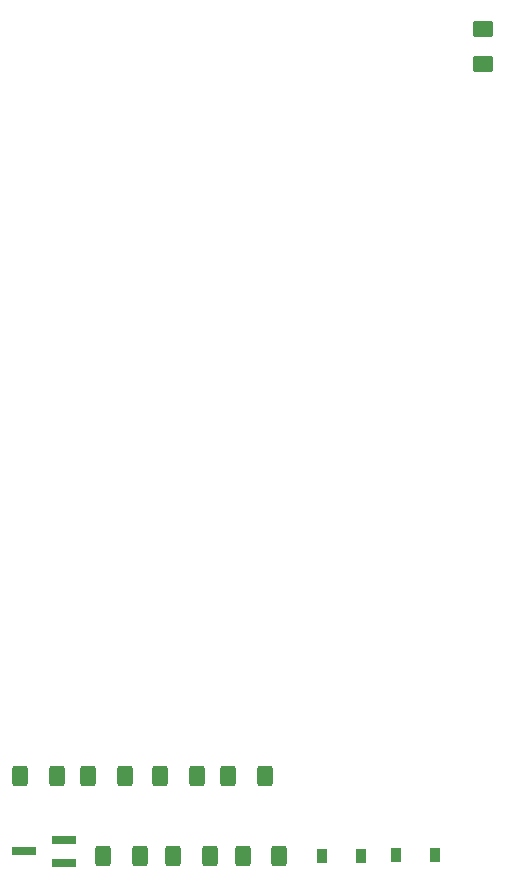
<source format=gbp>
%TF.GenerationSoftware,KiCad,Pcbnew,6.0.11-2627ca5db0~126~ubuntu22.04.1*%
%TF.CreationDate,2023-11-30T20:29:00+00:00*%
%TF.ProjectId,zx-spectrum-diagnostics,7a782d73-7065-4637-9472-756d2d646961,1.1*%
%TF.SameCoordinates,Original*%
%TF.FileFunction,Paste,Bot*%
%TF.FilePolarity,Positive*%
%FSLAX46Y46*%
G04 Gerber Fmt 4.6, Leading zero omitted, Abs format (unit mm)*
G04 Created by KiCad (PCBNEW 6.0.11-2627ca5db0~126~ubuntu22.04.1) date 2023-11-30 20:29:00*
%MOMM*%
%LPD*%
G01*
G04 APERTURE LIST*
G04 Aperture macros list*
%AMRoundRect*
0 Rectangle with rounded corners*
0 $1 Rounding radius*
0 $2 $3 $4 $5 $6 $7 $8 $9 X,Y pos of 4 corners*
0 Add a 4 corners polygon primitive as box body*
4,1,4,$2,$3,$4,$5,$6,$7,$8,$9,$2,$3,0*
0 Add four circle primitives for the rounded corners*
1,1,$1+$1,$2,$3*
1,1,$1+$1,$4,$5*
1,1,$1+$1,$6,$7*
1,1,$1+$1,$8,$9*
0 Add four rect primitives between the rounded corners*
20,1,$1+$1,$2,$3,$4,$5,0*
20,1,$1+$1,$4,$5,$6,$7,0*
20,1,$1+$1,$6,$7,$8,$9,0*
20,1,$1+$1,$8,$9,$2,$3,0*%
G04 Aperture macros list end*
%ADD10RoundRect,0.250000X-0.400000X-0.625000X0.400000X-0.625000X0.400000X0.625000X-0.400000X0.625000X0*%
%ADD11RoundRect,0.250000X0.400000X0.625000X-0.400000X0.625000X-0.400000X-0.625000X0.400000X-0.625000X0*%
%ADD12R,2.000000X0.650000*%
%ADD13R,0.900000X1.200000*%
%ADD14RoundRect,0.250001X0.624999X-0.462499X0.624999X0.462499X-0.624999X0.462499X-0.624999X-0.462499X0*%
G04 APERTURE END LIST*
D10*
%TO.C,R106*%
X92820000Y-143560000D03*
X95920000Y-143560000D03*
%TD*%
D11*
%TO.C,R101*%
X103140000Y-150330000D03*
X100040000Y-150330000D03*
%TD*%
D12*
%TO.C,Q101*%
X90790000Y-148980000D03*
X90790000Y-150880000D03*
X87370000Y-149930000D03*
%TD*%
D13*
%TO.C,D102*%
X115910000Y-150290000D03*
X112610000Y-150290000D03*
%TD*%
D10*
%TO.C,R102*%
X105900000Y-150320000D03*
X109000000Y-150320000D03*
%TD*%
D11*
%TO.C,R103*%
X101990000Y-143590000D03*
X98890000Y-143590000D03*
%TD*%
%TO.C,R107*%
X97170000Y-150370000D03*
X94070000Y-150370000D03*
%TD*%
D14*
%TO.C,D101*%
X126238000Y-83275500D03*
X126238000Y-80300500D03*
%TD*%
D13*
%TO.C,D103*%
X122220000Y-150270000D03*
X118920000Y-150270000D03*
%TD*%
D10*
%TO.C,R104*%
X104650000Y-143530000D03*
X107750000Y-143530000D03*
%TD*%
D11*
%TO.C,R105*%
X90180000Y-143550000D03*
X87080000Y-143550000D03*
%TD*%
M02*

</source>
